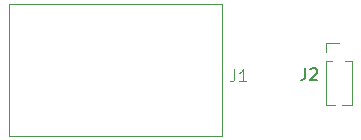
<source format=gbr>
%TF.GenerationSoftware,KiCad,Pcbnew,7.0.10-7.0.10~ubuntu22.04.1*%
%TF.CreationDate,2024-01-24T09:48:51-05:00*%
%TF.ProjectId,imu-rj-adapter,696d752d-726a-42d6-9164-61707465722e,rev?*%
%TF.SameCoordinates,Original*%
%TF.FileFunction,Legend,Top*%
%TF.FilePolarity,Positive*%
%FSLAX46Y46*%
G04 Gerber Fmt 4.6, Leading zero omitted, Abs format (unit mm)*
G04 Created by KiCad (PCBNEW 7.0.10-7.0.10~ubuntu22.04.1) date 2024-01-24 09:48:51*
%MOMM*%
%LPD*%
G01*
G04 APERTURE LIST*
%ADD10C,0.150000*%
%ADD11C,0.100000*%
%ADD12C,0.120000*%
G04 APERTURE END LIST*
D10*
X71666666Y-64854819D02*
X71666666Y-65569104D01*
X71666666Y-65569104D02*
X71619047Y-65711961D01*
X71619047Y-65711961D02*
X71523809Y-65807200D01*
X71523809Y-65807200D02*
X71380952Y-65854819D01*
X71380952Y-65854819D02*
X71285714Y-65854819D01*
X72095238Y-64950057D02*
X72142857Y-64902438D01*
X72142857Y-64902438D02*
X72238095Y-64854819D01*
X72238095Y-64854819D02*
X72476190Y-64854819D01*
X72476190Y-64854819D02*
X72571428Y-64902438D01*
X72571428Y-64902438D02*
X72619047Y-64950057D01*
X72619047Y-64950057D02*
X72666666Y-65045295D01*
X72666666Y-65045295D02*
X72666666Y-65140533D01*
X72666666Y-65140533D02*
X72619047Y-65283390D01*
X72619047Y-65283390D02*
X72047619Y-65854819D01*
X72047619Y-65854819D02*
X72666666Y-65854819D01*
D11*
X65666666Y-64957419D02*
X65666666Y-65671704D01*
X65666666Y-65671704D02*
X65619047Y-65814561D01*
X65619047Y-65814561D02*
X65523809Y-65909800D01*
X65523809Y-65909800D02*
X65380952Y-65957419D01*
X65380952Y-65957419D02*
X65285714Y-65957419D01*
X66666666Y-65957419D02*
X66095238Y-65957419D01*
X66380952Y-65957419D02*
X66380952Y-64957419D01*
X66380952Y-64957419D02*
X66285714Y-65100276D01*
X66285714Y-65100276D02*
X66190476Y-65195514D01*
X66190476Y-65195514D02*
X66095238Y-65243133D01*
D12*
%TO.C,J2*%
X73390000Y-62740000D02*
X74500000Y-62740000D01*
X73390000Y-63500000D02*
X73390000Y-62740000D01*
X73390000Y-64260000D02*
X73390000Y-68005000D01*
X73390000Y-64260000D02*
X73936529Y-64260000D01*
X73390000Y-68005000D02*
X74192470Y-68005000D01*
X74807530Y-68005000D02*
X75610000Y-68005000D01*
X75063471Y-64260000D02*
X75610000Y-64260000D01*
X75610000Y-64260000D02*
X75610000Y-68005000D01*
D11*
%TO.C,J1*%
X64600000Y-59400000D02*
X64600000Y-70600000D01*
X46600000Y-59400000D02*
X64600000Y-59400000D01*
X64600000Y-70600000D02*
X46600000Y-70600000D01*
X46600000Y-70600000D02*
X46600000Y-59400000D01*
%TD*%
M02*

</source>
